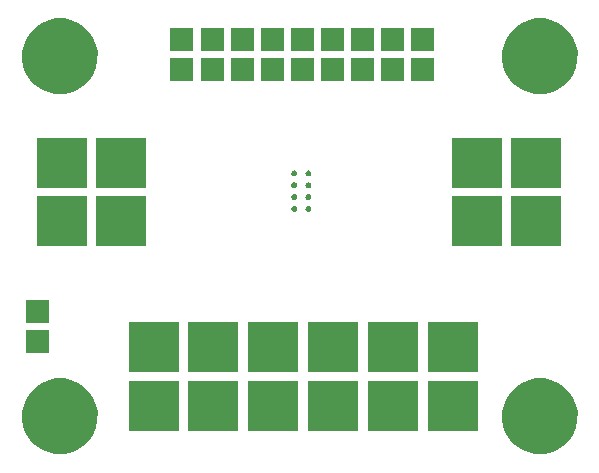
<source format=gbr>
G04 #@! TF.GenerationSoftware,KiCad,Pcbnew,(2017-02-05 revision 431abcf)-makepkg*
G04 #@! TF.CreationDate,2017-06-05T07:43:53+02:00*
G04 #@! TF.ProjectId,DIG4SWHI01A,44494734535748493031412E6B696361,rev?*
G04 #@! TF.FileFunction,Soldermask,Top*
G04 #@! TF.FilePolarity,Negative*
%FSLAX46Y46*%
G04 Gerber Fmt 4.6, Leading zero omitted, Abs format (unit mm)*
G04 Created by KiCad (PCBNEW (2017-02-05 revision 431abcf)-makepkg) date 06/05/17 07:43:53*
%MOMM*%
%LPD*%
G01*
G04 APERTURE LIST*
%ADD10C,1.300000*%
G04 APERTURE END LIST*
D10*
G36*
X5416110Y8277872D02*
X6030848Y8151685D01*
X6609363Y7908500D01*
X7129631Y7557574D01*
X7571824Y7112283D01*
X7919105Y6589582D01*
X8158249Y6009378D01*
X8280004Y5394466D01*
X8280004Y5394449D01*
X8280137Y5393776D01*
X8270128Y4676993D01*
X8269977Y4676330D01*
X8269977Y4676306D01*
X8131099Y4065032D01*
X7875851Y3491739D01*
X7514107Y2978933D01*
X7059653Y2546162D01*
X6529787Y2209900D01*
X5944712Y1982964D01*
X5326688Y1873989D01*
X4699273Y1887132D01*
X4086359Y2021890D01*
X3511293Y2273129D01*
X2995980Y2631282D01*
X2560044Y3082706D01*
X2220093Y3610208D01*
X1989075Y4193693D01*
X1875790Y4810936D01*
X1884551Y5438424D01*
X2015027Y6052266D01*
X2262248Y6629075D01*
X2616795Y7146877D01*
X3065163Y7585952D01*
X3590276Y7929576D01*
X4172132Y8164661D01*
X4788571Y8282254D01*
X5416110Y8277872D01*
X5416110Y8277872D01*
G37*
G36*
X46056110Y8277872D02*
X46670848Y8151685D01*
X47249363Y7908500D01*
X47769631Y7557574D01*
X48211824Y7112283D01*
X48559105Y6589582D01*
X48798249Y6009378D01*
X48920004Y5394466D01*
X48920004Y5394449D01*
X48920137Y5393776D01*
X48910128Y4676993D01*
X48909977Y4676330D01*
X48909977Y4676306D01*
X48771099Y4065032D01*
X48515851Y3491739D01*
X48154107Y2978933D01*
X47699653Y2546162D01*
X47169787Y2209900D01*
X46584712Y1982964D01*
X45966688Y1873989D01*
X45339273Y1887132D01*
X44726359Y2021890D01*
X44151293Y2273129D01*
X43635980Y2631282D01*
X43200044Y3082706D01*
X42860093Y3610208D01*
X42629075Y4193693D01*
X42515790Y4810936D01*
X42524551Y5438424D01*
X42655027Y6052266D01*
X42902248Y6629075D01*
X43256795Y7146877D01*
X43705163Y7585952D01*
X44230276Y7929576D01*
X44812132Y8164661D01*
X45428571Y8282254D01*
X46056110Y8277872D01*
X46056110Y8277872D01*
G37*
G36*
X40459000Y3817000D02*
X36249000Y3817000D01*
X36249000Y8027000D01*
X40459000Y8027000D01*
X40459000Y3817000D01*
X40459000Y3817000D01*
G37*
G36*
X35379000Y3817000D02*
X31169000Y3817000D01*
X31169000Y8027000D01*
X35379000Y8027000D01*
X35379000Y3817000D01*
X35379000Y3817000D01*
G37*
G36*
X30299000Y3817000D02*
X26089000Y3817000D01*
X26089000Y8027000D01*
X30299000Y8027000D01*
X30299000Y3817000D01*
X30299000Y3817000D01*
G37*
G36*
X15186000Y3817000D02*
X10976000Y3817000D01*
X10976000Y8027000D01*
X15186000Y8027000D01*
X15186000Y3817000D01*
X15186000Y3817000D01*
G37*
G36*
X20139000Y3817000D02*
X15929000Y3817000D01*
X15929000Y8027000D01*
X20139000Y8027000D01*
X20139000Y3817000D01*
X20139000Y3817000D01*
G37*
G36*
X25219000Y3817000D02*
X21009000Y3817000D01*
X21009000Y8027000D01*
X25219000Y8027000D01*
X25219000Y3817000D01*
X25219000Y3817000D01*
G37*
G36*
X25219000Y8817000D02*
X21009000Y8817000D01*
X21009000Y13027000D01*
X25219000Y13027000D01*
X25219000Y8817000D01*
X25219000Y8817000D01*
G37*
G36*
X40459000Y8817000D02*
X36249000Y8817000D01*
X36249000Y13027000D01*
X40459000Y13027000D01*
X40459000Y8817000D01*
X40459000Y8817000D01*
G37*
G36*
X35379000Y8817000D02*
X31169000Y8817000D01*
X31169000Y13027000D01*
X35379000Y13027000D01*
X35379000Y8817000D01*
X35379000Y8817000D01*
G37*
G36*
X30299000Y8817000D02*
X26089000Y8817000D01*
X26089000Y13027000D01*
X30299000Y13027000D01*
X30299000Y8817000D01*
X30299000Y8817000D01*
G37*
G36*
X15186000Y8817000D02*
X10976000Y8817000D01*
X10976000Y13027000D01*
X15186000Y13027000D01*
X15186000Y8817000D01*
X15186000Y8817000D01*
G37*
G36*
X20139000Y8817000D02*
X15929000Y8817000D01*
X15929000Y13027000D01*
X20139000Y13027000D01*
X20139000Y8817000D01*
X20139000Y8817000D01*
G37*
G36*
X4137000Y10468000D02*
X2213000Y10468000D01*
X2213000Y12392000D01*
X4137000Y12392000D01*
X4137000Y10468000D01*
X4137000Y10468000D01*
G37*
G36*
X4137000Y13008000D02*
X2213000Y13008000D01*
X2213000Y14932000D01*
X4137000Y14932000D01*
X4137000Y13008000D01*
X4137000Y13008000D01*
G37*
G36*
X7392000Y19485000D02*
X3182000Y19485000D01*
X3182000Y23695000D01*
X7392000Y23695000D01*
X7392000Y19485000D01*
X7392000Y19485000D01*
G37*
G36*
X47491000Y19485000D02*
X43281000Y19485000D01*
X43281000Y23695000D01*
X47491000Y23695000D01*
X47491000Y19485000D01*
X47491000Y19485000D01*
G37*
G36*
X42491000Y19485000D02*
X38281000Y19485000D01*
X38281000Y23695000D01*
X42491000Y23695000D01*
X42491000Y19485000D01*
X42491000Y19485000D01*
G37*
G36*
X12392000Y19485000D02*
X8182000Y19485000D01*
X8182000Y23695000D01*
X12392000Y23695000D01*
X12392000Y19485000D01*
X12392000Y19485000D01*
G37*
G36*
X24953364Y22880836D02*
X25001586Y22870938D01*
X25046961Y22851864D01*
X25087770Y22824337D01*
X25122456Y22789408D01*
X25149694Y22748413D01*
X25168454Y22702899D01*
X25177878Y22655301D01*
X25177878Y22655280D01*
X25178010Y22654612D01*
X25177225Y22598389D01*
X25177074Y22597726D01*
X25177074Y22597702D01*
X25166324Y22550385D01*
X25146304Y22505422D01*
X25117927Y22465194D01*
X25082281Y22431249D01*
X25040720Y22404873D01*
X24994828Y22387073D01*
X24946349Y22378524D01*
X24897135Y22379556D01*
X24849060Y22390125D01*
X24803953Y22409832D01*
X24763533Y22437925D01*
X24729339Y22473334D01*
X24702674Y22514711D01*
X24684551Y22560482D01*
X24675666Y22608896D01*
X24676353Y22658111D01*
X24686589Y22706266D01*
X24705978Y22751505D01*
X24733790Y22792123D01*
X24768962Y22826566D01*
X24810148Y22853517D01*
X24855784Y22871955D01*
X24904140Y22881180D01*
X24953364Y22880836D01*
X24953364Y22880836D01*
G37*
G36*
X26153364Y22880836D02*
X26201586Y22870938D01*
X26246961Y22851864D01*
X26287770Y22824337D01*
X26322456Y22789408D01*
X26349694Y22748413D01*
X26368454Y22702899D01*
X26377878Y22655301D01*
X26377878Y22655280D01*
X26378010Y22654612D01*
X26377225Y22598389D01*
X26377074Y22597726D01*
X26377074Y22597702D01*
X26366324Y22550385D01*
X26346304Y22505422D01*
X26317927Y22465194D01*
X26282281Y22431249D01*
X26240720Y22404873D01*
X26194828Y22387073D01*
X26146349Y22378524D01*
X26097135Y22379556D01*
X26049060Y22390125D01*
X26003953Y22409832D01*
X25963533Y22437925D01*
X25929339Y22473334D01*
X25902674Y22514711D01*
X25884551Y22560482D01*
X25875666Y22608896D01*
X25876353Y22658111D01*
X25886589Y22706266D01*
X25905978Y22751505D01*
X25933790Y22792123D01*
X25968962Y22826566D01*
X26010148Y22853517D01*
X26055784Y22871955D01*
X26104140Y22881180D01*
X26153364Y22880836D01*
X26153364Y22880836D01*
G37*
G36*
X24953364Y23880836D02*
X25001586Y23870938D01*
X25046961Y23851864D01*
X25087770Y23824337D01*
X25122456Y23789408D01*
X25149694Y23748413D01*
X25168454Y23702899D01*
X25177878Y23655301D01*
X25177878Y23655280D01*
X25178010Y23654612D01*
X25177225Y23598389D01*
X25177074Y23597726D01*
X25177074Y23597702D01*
X25166324Y23550385D01*
X25146304Y23505422D01*
X25117927Y23465194D01*
X25082281Y23431249D01*
X25040720Y23404873D01*
X24994828Y23387073D01*
X24946349Y23378524D01*
X24897135Y23379556D01*
X24849060Y23390125D01*
X24803953Y23409832D01*
X24763533Y23437925D01*
X24729339Y23473334D01*
X24702674Y23514711D01*
X24684551Y23560482D01*
X24675666Y23608896D01*
X24676353Y23658111D01*
X24686589Y23706266D01*
X24705978Y23751505D01*
X24733790Y23792123D01*
X24768962Y23826566D01*
X24810148Y23853517D01*
X24855784Y23871955D01*
X24904140Y23881180D01*
X24953364Y23880836D01*
X24953364Y23880836D01*
G37*
G36*
X26153364Y23880836D02*
X26201586Y23870938D01*
X26246961Y23851864D01*
X26287770Y23824337D01*
X26322456Y23789408D01*
X26349694Y23748413D01*
X26368454Y23702899D01*
X26377878Y23655301D01*
X26377878Y23655280D01*
X26378010Y23654612D01*
X26377225Y23598389D01*
X26377074Y23597726D01*
X26377074Y23597702D01*
X26366324Y23550385D01*
X26346304Y23505422D01*
X26317927Y23465194D01*
X26282281Y23431249D01*
X26240720Y23404873D01*
X26194828Y23387073D01*
X26146349Y23378524D01*
X26097135Y23379556D01*
X26049060Y23390125D01*
X26003953Y23409832D01*
X25963533Y23437925D01*
X25929339Y23473334D01*
X25902674Y23514711D01*
X25884551Y23560482D01*
X25875666Y23608896D01*
X25876353Y23658111D01*
X25886589Y23706266D01*
X25905978Y23751505D01*
X25933790Y23792123D01*
X25968962Y23826566D01*
X26010148Y23853517D01*
X26055784Y23871955D01*
X26104140Y23881180D01*
X26153364Y23880836D01*
X26153364Y23880836D01*
G37*
G36*
X24953364Y24880836D02*
X25001586Y24870938D01*
X25046961Y24851864D01*
X25087770Y24824337D01*
X25122456Y24789408D01*
X25149694Y24748413D01*
X25168454Y24702899D01*
X25177878Y24655301D01*
X25177878Y24655280D01*
X25178010Y24654612D01*
X25177225Y24598389D01*
X25177074Y24597726D01*
X25177074Y24597702D01*
X25166324Y24550385D01*
X25146304Y24505422D01*
X25117927Y24465194D01*
X25082281Y24431249D01*
X25040720Y24404873D01*
X24994828Y24387073D01*
X24946349Y24378524D01*
X24897135Y24379556D01*
X24849060Y24390125D01*
X24803953Y24409832D01*
X24763533Y24437925D01*
X24729339Y24473334D01*
X24702674Y24514711D01*
X24684551Y24560482D01*
X24675666Y24608896D01*
X24676353Y24658111D01*
X24686589Y24706266D01*
X24705978Y24751505D01*
X24733790Y24792123D01*
X24768962Y24826566D01*
X24810148Y24853517D01*
X24855784Y24871955D01*
X24904140Y24881180D01*
X24953364Y24880836D01*
X24953364Y24880836D01*
G37*
G36*
X26153364Y24880836D02*
X26201586Y24870938D01*
X26246961Y24851864D01*
X26287770Y24824337D01*
X26322456Y24789408D01*
X26349694Y24748413D01*
X26368454Y24702899D01*
X26377878Y24655301D01*
X26377878Y24655280D01*
X26378010Y24654612D01*
X26377225Y24598389D01*
X26377074Y24597726D01*
X26377074Y24597702D01*
X26366324Y24550385D01*
X26346304Y24505422D01*
X26317927Y24465194D01*
X26282281Y24431249D01*
X26240720Y24404873D01*
X26194828Y24387073D01*
X26146349Y24378524D01*
X26097135Y24379556D01*
X26049060Y24390125D01*
X26003953Y24409832D01*
X25963533Y24437925D01*
X25929339Y24473334D01*
X25902674Y24514711D01*
X25884551Y24560482D01*
X25875666Y24608896D01*
X25876353Y24658111D01*
X25886589Y24706266D01*
X25905978Y24751505D01*
X25933790Y24792123D01*
X25968962Y24826566D01*
X26010148Y24853517D01*
X26055784Y24871955D01*
X26104140Y24881180D01*
X26153364Y24880836D01*
X26153364Y24880836D01*
G37*
G36*
X7392000Y24438000D02*
X3182000Y24438000D01*
X3182000Y28648000D01*
X7392000Y28648000D01*
X7392000Y24438000D01*
X7392000Y24438000D01*
G37*
G36*
X47491000Y24438000D02*
X43281000Y24438000D01*
X43281000Y28648000D01*
X47491000Y28648000D01*
X47491000Y24438000D01*
X47491000Y24438000D01*
G37*
G36*
X12392000Y24438000D02*
X8182000Y24438000D01*
X8182000Y28648000D01*
X12392000Y28648000D01*
X12392000Y24438000D01*
X12392000Y24438000D01*
G37*
G36*
X42491000Y24438000D02*
X38281000Y24438000D01*
X38281000Y28648000D01*
X42491000Y28648000D01*
X42491000Y24438000D01*
X42491000Y24438000D01*
G37*
G36*
X24953364Y25880836D02*
X25001586Y25870938D01*
X25046961Y25851864D01*
X25087770Y25824337D01*
X25122456Y25789408D01*
X25149694Y25748413D01*
X25168454Y25702899D01*
X25177878Y25655301D01*
X25177878Y25655280D01*
X25178010Y25654612D01*
X25177225Y25598389D01*
X25177074Y25597726D01*
X25177074Y25597702D01*
X25166324Y25550385D01*
X25146304Y25505422D01*
X25117927Y25465194D01*
X25082281Y25431249D01*
X25040720Y25404873D01*
X24994828Y25387073D01*
X24946349Y25378524D01*
X24897135Y25379556D01*
X24849060Y25390125D01*
X24803953Y25409832D01*
X24763533Y25437925D01*
X24729339Y25473334D01*
X24702674Y25514711D01*
X24684551Y25560482D01*
X24675666Y25608896D01*
X24676353Y25658111D01*
X24686589Y25706266D01*
X24705978Y25751505D01*
X24733790Y25792123D01*
X24768962Y25826566D01*
X24810148Y25853517D01*
X24855784Y25871955D01*
X24904140Y25881180D01*
X24953364Y25880836D01*
X24953364Y25880836D01*
G37*
G36*
X26153364Y25880836D02*
X26201586Y25870938D01*
X26246961Y25851864D01*
X26287770Y25824337D01*
X26322456Y25789408D01*
X26349694Y25748413D01*
X26368454Y25702899D01*
X26377878Y25655301D01*
X26377878Y25655280D01*
X26378010Y25654612D01*
X26377225Y25598389D01*
X26377074Y25597726D01*
X26377074Y25597702D01*
X26366324Y25550385D01*
X26346304Y25505422D01*
X26317927Y25465194D01*
X26282281Y25431249D01*
X26240720Y25404873D01*
X26194828Y25387073D01*
X26146349Y25378524D01*
X26097135Y25379556D01*
X26049060Y25390125D01*
X26003953Y25409832D01*
X25963533Y25437925D01*
X25929339Y25473334D01*
X25902674Y25514711D01*
X25884551Y25560482D01*
X25875666Y25608896D01*
X25876353Y25658111D01*
X25886589Y25706266D01*
X25905978Y25751505D01*
X25933790Y25792123D01*
X25968962Y25826566D01*
X26010148Y25853517D01*
X26055784Y25871955D01*
X26104140Y25881180D01*
X26153364Y25880836D01*
X26153364Y25880836D01*
G37*
G36*
X5416110Y38757872D02*
X6030848Y38631685D01*
X6609363Y38388500D01*
X7129631Y38037574D01*
X7571824Y37592283D01*
X7919105Y37069582D01*
X8158249Y36489378D01*
X8280004Y35874466D01*
X8280004Y35874449D01*
X8280137Y35873776D01*
X8270128Y35156993D01*
X8269977Y35156330D01*
X8269977Y35156306D01*
X8131099Y34545032D01*
X7875851Y33971739D01*
X7514107Y33458933D01*
X7059653Y33026162D01*
X6529787Y32689900D01*
X5944712Y32462964D01*
X5326688Y32353989D01*
X4699273Y32367132D01*
X4086359Y32501890D01*
X3511293Y32753129D01*
X2995980Y33111282D01*
X2560044Y33562706D01*
X2220093Y34090208D01*
X1989075Y34673693D01*
X1875790Y35290936D01*
X1884551Y35918424D01*
X2015027Y36532266D01*
X2262248Y37109075D01*
X2616795Y37626877D01*
X3065163Y38065952D01*
X3590276Y38409576D01*
X4172132Y38644661D01*
X4788571Y38762254D01*
X5416110Y38757872D01*
X5416110Y38757872D01*
G37*
G36*
X46056110Y38757872D02*
X46670848Y38631685D01*
X47249363Y38388500D01*
X47769631Y38037574D01*
X48211824Y37592283D01*
X48559105Y37069582D01*
X48798249Y36489378D01*
X48920004Y35874466D01*
X48920004Y35874449D01*
X48920137Y35873776D01*
X48910128Y35156993D01*
X48909977Y35156330D01*
X48909977Y35156306D01*
X48771099Y34545032D01*
X48515851Y33971739D01*
X48154107Y33458933D01*
X47699653Y33026162D01*
X47169787Y32689900D01*
X46584712Y32462964D01*
X45966688Y32353989D01*
X45339273Y32367132D01*
X44726359Y32501890D01*
X44151293Y32753129D01*
X43635980Y33111282D01*
X43200044Y33562706D01*
X42860093Y34090208D01*
X42629075Y34673693D01*
X42515790Y35290936D01*
X42524551Y35918424D01*
X42655027Y36532266D01*
X42902248Y37109075D01*
X43256795Y37626877D01*
X43705163Y38065952D01*
X44230276Y38409576D01*
X44812132Y38644661D01*
X45428571Y38762254D01*
X46056110Y38757872D01*
X46056110Y38757872D01*
G37*
G36*
X31696000Y33455000D02*
X29772000Y33455000D01*
X29772000Y35379000D01*
X31696000Y35379000D01*
X31696000Y33455000D01*
X31696000Y33455000D01*
G37*
G36*
X36776000Y33455000D02*
X34852000Y33455000D01*
X34852000Y35379000D01*
X36776000Y35379000D01*
X36776000Y33455000D01*
X36776000Y33455000D01*
G37*
G36*
X34236000Y33455000D02*
X32312000Y33455000D01*
X32312000Y35379000D01*
X34236000Y35379000D01*
X34236000Y33455000D01*
X34236000Y33455000D01*
G37*
G36*
X29156000Y33455000D02*
X27232000Y33455000D01*
X27232000Y35379000D01*
X29156000Y35379000D01*
X29156000Y33455000D01*
X29156000Y33455000D01*
G37*
G36*
X26616000Y33455000D02*
X24692000Y33455000D01*
X24692000Y35379000D01*
X26616000Y35379000D01*
X26616000Y33455000D01*
X26616000Y33455000D01*
G37*
G36*
X24076000Y33455000D02*
X22152000Y33455000D01*
X22152000Y35379000D01*
X24076000Y35379000D01*
X24076000Y33455000D01*
X24076000Y33455000D01*
G37*
G36*
X16329000Y33455000D02*
X14405000Y33455000D01*
X14405000Y35379000D01*
X16329000Y35379000D01*
X16329000Y33455000D01*
X16329000Y33455000D01*
G37*
G36*
X18996000Y33455000D02*
X17072000Y33455000D01*
X17072000Y35379000D01*
X18996000Y35379000D01*
X18996000Y33455000D01*
X18996000Y33455000D01*
G37*
G36*
X21536000Y33455000D02*
X19612000Y33455000D01*
X19612000Y35379000D01*
X21536000Y35379000D01*
X21536000Y33455000D01*
X21536000Y33455000D01*
G37*
G36*
X18996000Y35995000D02*
X17072000Y35995000D01*
X17072000Y37919000D01*
X18996000Y37919000D01*
X18996000Y35995000D01*
X18996000Y35995000D01*
G37*
G36*
X31696000Y35995000D02*
X29772000Y35995000D01*
X29772000Y37919000D01*
X31696000Y37919000D01*
X31696000Y35995000D01*
X31696000Y35995000D01*
G37*
G36*
X16329000Y35995000D02*
X14405000Y35995000D01*
X14405000Y37919000D01*
X16329000Y37919000D01*
X16329000Y35995000D01*
X16329000Y35995000D01*
G37*
G36*
X21536000Y35995000D02*
X19612000Y35995000D01*
X19612000Y37919000D01*
X21536000Y37919000D01*
X21536000Y35995000D01*
X21536000Y35995000D01*
G37*
G36*
X36776000Y35995000D02*
X34852000Y35995000D01*
X34852000Y37919000D01*
X36776000Y37919000D01*
X36776000Y35995000D01*
X36776000Y35995000D01*
G37*
G36*
X34236000Y35995000D02*
X32312000Y35995000D01*
X32312000Y37919000D01*
X34236000Y37919000D01*
X34236000Y35995000D01*
X34236000Y35995000D01*
G37*
G36*
X29156000Y35995000D02*
X27232000Y35995000D01*
X27232000Y37919000D01*
X29156000Y37919000D01*
X29156000Y35995000D01*
X29156000Y35995000D01*
G37*
G36*
X26616000Y35995000D02*
X24692000Y35995000D01*
X24692000Y37919000D01*
X26616000Y37919000D01*
X26616000Y35995000D01*
X26616000Y35995000D01*
G37*
G36*
X24076000Y35995000D02*
X22152000Y35995000D01*
X22152000Y37919000D01*
X24076000Y37919000D01*
X24076000Y35995000D01*
X24076000Y35995000D01*
G37*
M02*

</source>
